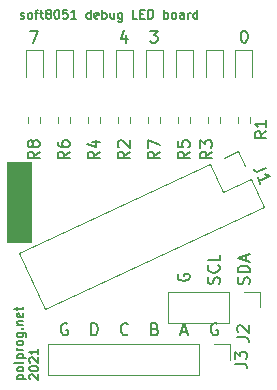
<source format=gbr>
%TF.GenerationSoftware,KiCad,Pcbnew,5.1.9+dfsg1-1*%
%TF.CreationDate,2022-01-13T23:22:55+01:00*%
%TF.ProjectId,8051_leds,38303531-5f6c-4656-9473-2e6b69636164,rev?*%
%TF.SameCoordinates,Original*%
%TF.FileFunction,Legend,Top*%
%TF.FilePolarity,Positive*%
%FSLAX46Y46*%
G04 Gerber Fmt 4.6, Leading zero omitted, Abs format (unit mm)*
G04 Created by KiCad (PCBNEW 5.1.9+dfsg1-1) date 2022-01-13 23:22:55*
%MOMM*%
%LPD*%
G01*
G04 APERTURE LIST*
%ADD10C,0.100000*%
%ADD11C,0.150000*%
%ADD12C,0.187500*%
%ADD13C,0.120000*%
G04 APERTURE END LIST*
D10*
G36*
X121000000Y-108750000D02*
G01*
X119000000Y-108750000D01*
X119000000Y-102000000D01*
X121000000Y-102000000D01*
X121000000Y-108750000D01*
G37*
X121000000Y-108750000D02*
X119000000Y-108750000D01*
X119000000Y-102000000D01*
X121000000Y-102000000D01*
X121000000Y-108750000D01*
D11*
X119851785Y-120373928D02*
X120601785Y-120373928D01*
X119887500Y-120373928D02*
X119851785Y-120302500D01*
X119851785Y-120159642D01*
X119887500Y-120088214D01*
X119923214Y-120052500D01*
X119994642Y-120016785D01*
X120208928Y-120016785D01*
X120280357Y-120052500D01*
X120316071Y-120088214D01*
X120351785Y-120159642D01*
X120351785Y-120302500D01*
X120316071Y-120373928D01*
X120351785Y-119588214D02*
X120316071Y-119659642D01*
X120280357Y-119695357D01*
X120208928Y-119731071D01*
X119994642Y-119731071D01*
X119923214Y-119695357D01*
X119887500Y-119659642D01*
X119851785Y-119588214D01*
X119851785Y-119481071D01*
X119887500Y-119409642D01*
X119923214Y-119373928D01*
X119994642Y-119338214D01*
X120208928Y-119338214D01*
X120280357Y-119373928D01*
X120316071Y-119409642D01*
X120351785Y-119481071D01*
X120351785Y-119588214D01*
X120351785Y-118909642D02*
X120316071Y-118981071D01*
X120244642Y-119016785D01*
X119601785Y-119016785D01*
X119851785Y-118623928D02*
X120601785Y-118623928D01*
X119887500Y-118623928D02*
X119851785Y-118552500D01*
X119851785Y-118409642D01*
X119887500Y-118338214D01*
X119923214Y-118302500D01*
X119994642Y-118266785D01*
X120208928Y-118266785D01*
X120280357Y-118302500D01*
X120316071Y-118338214D01*
X120351785Y-118409642D01*
X120351785Y-118552500D01*
X120316071Y-118623928D01*
X120351785Y-117945357D02*
X119851785Y-117945357D01*
X119994642Y-117945357D02*
X119923214Y-117909642D01*
X119887500Y-117873928D01*
X119851785Y-117802500D01*
X119851785Y-117731071D01*
X120351785Y-117373928D02*
X120316071Y-117445357D01*
X120280357Y-117481071D01*
X120208928Y-117516785D01*
X119994642Y-117516785D01*
X119923214Y-117481071D01*
X119887500Y-117445357D01*
X119851785Y-117373928D01*
X119851785Y-117266785D01*
X119887500Y-117195357D01*
X119923214Y-117159642D01*
X119994642Y-117123928D01*
X120208928Y-117123928D01*
X120280357Y-117159642D01*
X120316071Y-117195357D01*
X120351785Y-117266785D01*
X120351785Y-117373928D01*
X119851785Y-116481071D02*
X120458928Y-116481071D01*
X120530357Y-116516785D01*
X120566071Y-116552500D01*
X120601785Y-116623928D01*
X120601785Y-116731071D01*
X120566071Y-116802500D01*
X120316071Y-116481071D02*
X120351785Y-116552500D01*
X120351785Y-116695357D01*
X120316071Y-116766785D01*
X120280357Y-116802500D01*
X120208928Y-116838214D01*
X119994642Y-116838214D01*
X119923214Y-116802500D01*
X119887500Y-116766785D01*
X119851785Y-116695357D01*
X119851785Y-116552500D01*
X119887500Y-116481071D01*
X120280357Y-116123928D02*
X120316071Y-116088214D01*
X120351785Y-116123928D01*
X120316071Y-116159642D01*
X120280357Y-116123928D01*
X120351785Y-116123928D01*
X119851785Y-115766785D02*
X120351785Y-115766785D01*
X119923214Y-115766785D02*
X119887500Y-115731071D01*
X119851785Y-115659642D01*
X119851785Y-115552500D01*
X119887500Y-115481071D01*
X119958928Y-115445357D01*
X120351785Y-115445357D01*
X120316071Y-114802500D02*
X120351785Y-114873928D01*
X120351785Y-115016785D01*
X120316071Y-115088214D01*
X120244642Y-115123928D01*
X119958928Y-115123928D01*
X119887500Y-115088214D01*
X119851785Y-115016785D01*
X119851785Y-114873928D01*
X119887500Y-114802500D01*
X119958928Y-114766785D01*
X120030357Y-114766785D01*
X120101785Y-115123928D01*
X119851785Y-114552500D02*
X119851785Y-114266785D01*
X119601785Y-114445357D02*
X120244642Y-114445357D01*
X120316071Y-114409642D01*
X120351785Y-114338214D01*
X120351785Y-114266785D01*
X120948214Y-120409642D02*
X120912500Y-120373928D01*
X120876785Y-120302500D01*
X120876785Y-120123928D01*
X120912500Y-120052500D01*
X120948214Y-120016785D01*
X121019642Y-119981071D01*
X121091071Y-119981071D01*
X121198214Y-120016785D01*
X121626785Y-120445357D01*
X121626785Y-119981071D01*
X120876785Y-119516785D02*
X120876785Y-119445357D01*
X120912500Y-119373928D01*
X120948214Y-119338214D01*
X121019642Y-119302500D01*
X121162500Y-119266785D01*
X121341071Y-119266785D01*
X121483928Y-119302500D01*
X121555357Y-119338214D01*
X121591071Y-119373928D01*
X121626785Y-119445357D01*
X121626785Y-119516785D01*
X121591071Y-119588214D01*
X121555357Y-119623928D01*
X121483928Y-119659642D01*
X121341071Y-119695357D01*
X121162500Y-119695357D01*
X121019642Y-119659642D01*
X120948214Y-119623928D01*
X120912500Y-119588214D01*
X120876785Y-119516785D01*
X120948214Y-118981071D02*
X120912500Y-118945357D01*
X120876785Y-118873928D01*
X120876785Y-118695357D01*
X120912500Y-118623928D01*
X120948214Y-118588214D01*
X121019642Y-118552500D01*
X121091071Y-118552500D01*
X121198214Y-118588214D01*
X121626785Y-119016785D01*
X121626785Y-118552500D01*
X121626785Y-117838214D02*
X121626785Y-118266785D01*
X121626785Y-118052500D02*
X120876785Y-118052500D01*
X120983928Y-118123928D01*
X121055357Y-118195357D01*
X121091071Y-118266785D01*
D12*
X120135000Y-89838571D02*
X120206428Y-89874285D01*
X120349285Y-89874285D01*
X120420714Y-89838571D01*
X120456428Y-89767142D01*
X120456428Y-89731428D01*
X120420714Y-89660000D01*
X120349285Y-89624285D01*
X120242142Y-89624285D01*
X120170714Y-89588571D01*
X120135000Y-89517142D01*
X120135000Y-89481428D01*
X120170714Y-89410000D01*
X120242142Y-89374285D01*
X120349285Y-89374285D01*
X120420714Y-89410000D01*
X120885000Y-89874285D02*
X120813571Y-89838571D01*
X120777857Y-89802857D01*
X120742142Y-89731428D01*
X120742142Y-89517142D01*
X120777857Y-89445714D01*
X120813571Y-89410000D01*
X120885000Y-89374285D01*
X120992142Y-89374285D01*
X121063571Y-89410000D01*
X121099285Y-89445714D01*
X121135000Y-89517142D01*
X121135000Y-89731428D01*
X121099285Y-89802857D01*
X121063571Y-89838571D01*
X120992142Y-89874285D01*
X120885000Y-89874285D01*
X121349285Y-89374285D02*
X121635000Y-89374285D01*
X121456428Y-89874285D02*
X121456428Y-89231428D01*
X121492142Y-89160000D01*
X121563571Y-89124285D01*
X121635000Y-89124285D01*
X121777857Y-89374285D02*
X122063571Y-89374285D01*
X121885000Y-89124285D02*
X121885000Y-89767142D01*
X121920714Y-89838571D01*
X121992142Y-89874285D01*
X122063571Y-89874285D01*
X122420714Y-89445714D02*
X122349285Y-89410000D01*
X122313571Y-89374285D01*
X122277857Y-89302857D01*
X122277857Y-89267142D01*
X122313571Y-89195714D01*
X122349285Y-89160000D01*
X122420714Y-89124285D01*
X122563571Y-89124285D01*
X122635000Y-89160000D01*
X122670714Y-89195714D01*
X122706428Y-89267142D01*
X122706428Y-89302857D01*
X122670714Y-89374285D01*
X122635000Y-89410000D01*
X122563571Y-89445714D01*
X122420714Y-89445714D01*
X122349285Y-89481428D01*
X122313571Y-89517142D01*
X122277857Y-89588571D01*
X122277857Y-89731428D01*
X122313571Y-89802857D01*
X122349285Y-89838571D01*
X122420714Y-89874285D01*
X122563571Y-89874285D01*
X122635000Y-89838571D01*
X122670714Y-89802857D01*
X122706428Y-89731428D01*
X122706428Y-89588571D01*
X122670714Y-89517142D01*
X122635000Y-89481428D01*
X122563571Y-89445714D01*
X123170714Y-89124285D02*
X123242142Y-89124285D01*
X123313571Y-89160000D01*
X123349285Y-89195714D01*
X123385000Y-89267142D01*
X123420714Y-89410000D01*
X123420714Y-89588571D01*
X123385000Y-89731428D01*
X123349285Y-89802857D01*
X123313571Y-89838571D01*
X123242142Y-89874285D01*
X123170714Y-89874285D01*
X123099285Y-89838571D01*
X123063571Y-89802857D01*
X123027857Y-89731428D01*
X122992142Y-89588571D01*
X122992142Y-89410000D01*
X123027857Y-89267142D01*
X123063571Y-89195714D01*
X123099285Y-89160000D01*
X123170714Y-89124285D01*
X124099285Y-89124285D02*
X123742142Y-89124285D01*
X123706428Y-89481428D01*
X123742142Y-89445714D01*
X123813571Y-89410000D01*
X123992142Y-89410000D01*
X124063571Y-89445714D01*
X124099285Y-89481428D01*
X124135000Y-89552857D01*
X124135000Y-89731428D01*
X124099285Y-89802857D01*
X124063571Y-89838571D01*
X123992142Y-89874285D01*
X123813571Y-89874285D01*
X123742142Y-89838571D01*
X123706428Y-89802857D01*
X124849285Y-89874285D02*
X124420714Y-89874285D01*
X124635000Y-89874285D02*
X124635000Y-89124285D01*
X124563571Y-89231428D01*
X124492142Y-89302857D01*
X124420714Y-89338571D01*
X126063571Y-89874285D02*
X126063571Y-89124285D01*
X126063571Y-89838571D02*
X125992142Y-89874285D01*
X125849285Y-89874285D01*
X125777857Y-89838571D01*
X125742142Y-89802857D01*
X125706428Y-89731428D01*
X125706428Y-89517142D01*
X125742142Y-89445714D01*
X125777857Y-89410000D01*
X125849285Y-89374285D01*
X125992142Y-89374285D01*
X126063571Y-89410000D01*
X126706428Y-89838571D02*
X126635000Y-89874285D01*
X126492142Y-89874285D01*
X126420714Y-89838571D01*
X126385000Y-89767142D01*
X126385000Y-89481428D01*
X126420714Y-89410000D01*
X126492142Y-89374285D01*
X126635000Y-89374285D01*
X126706428Y-89410000D01*
X126742142Y-89481428D01*
X126742142Y-89552857D01*
X126385000Y-89624285D01*
X127063571Y-89874285D02*
X127063571Y-89124285D01*
X127063571Y-89410000D02*
X127135000Y-89374285D01*
X127277857Y-89374285D01*
X127349285Y-89410000D01*
X127385000Y-89445714D01*
X127420714Y-89517142D01*
X127420714Y-89731428D01*
X127385000Y-89802857D01*
X127349285Y-89838571D01*
X127277857Y-89874285D01*
X127135000Y-89874285D01*
X127063571Y-89838571D01*
X128063571Y-89374285D02*
X128063571Y-89874285D01*
X127742142Y-89374285D02*
X127742142Y-89767142D01*
X127777857Y-89838571D01*
X127849285Y-89874285D01*
X127956428Y-89874285D01*
X128027857Y-89838571D01*
X128063571Y-89802857D01*
X128742142Y-89374285D02*
X128742142Y-89981428D01*
X128706428Y-90052857D01*
X128670714Y-90088571D01*
X128599285Y-90124285D01*
X128492142Y-90124285D01*
X128420714Y-90088571D01*
X128742142Y-89838571D02*
X128670714Y-89874285D01*
X128527857Y-89874285D01*
X128456428Y-89838571D01*
X128420714Y-89802857D01*
X128385000Y-89731428D01*
X128385000Y-89517142D01*
X128420714Y-89445714D01*
X128456428Y-89410000D01*
X128527857Y-89374285D01*
X128670714Y-89374285D01*
X128742142Y-89410000D01*
X130027857Y-89874285D02*
X129670714Y-89874285D01*
X129670714Y-89124285D01*
X130277857Y-89481428D02*
X130527857Y-89481428D01*
X130634999Y-89874285D02*
X130277857Y-89874285D01*
X130277857Y-89124285D01*
X130634999Y-89124285D01*
X130956428Y-89874285D02*
X130956428Y-89124285D01*
X131134999Y-89124285D01*
X131242142Y-89160000D01*
X131313571Y-89231428D01*
X131349285Y-89302857D01*
X131384999Y-89445714D01*
X131384999Y-89552857D01*
X131349285Y-89695714D01*
X131313571Y-89767142D01*
X131242142Y-89838571D01*
X131134999Y-89874285D01*
X130956428Y-89874285D01*
X132277857Y-89874285D02*
X132277857Y-89124285D01*
X132277857Y-89410000D02*
X132349285Y-89374285D01*
X132492142Y-89374285D01*
X132563571Y-89410000D01*
X132599285Y-89445714D01*
X132634999Y-89517142D01*
X132634999Y-89731428D01*
X132599285Y-89802857D01*
X132563571Y-89838571D01*
X132492142Y-89874285D01*
X132349285Y-89874285D01*
X132277857Y-89838571D01*
X133063571Y-89874285D02*
X132992142Y-89838571D01*
X132956428Y-89802857D01*
X132920714Y-89731428D01*
X132920714Y-89517142D01*
X132956428Y-89445714D01*
X132992142Y-89410000D01*
X133063571Y-89374285D01*
X133170714Y-89374285D01*
X133242142Y-89410000D01*
X133277857Y-89445714D01*
X133313571Y-89517142D01*
X133313571Y-89731428D01*
X133277857Y-89802857D01*
X133242142Y-89838571D01*
X133170714Y-89874285D01*
X133063571Y-89874285D01*
X133956428Y-89874285D02*
X133956428Y-89481428D01*
X133920714Y-89410000D01*
X133849285Y-89374285D01*
X133706428Y-89374285D01*
X133635000Y-89410000D01*
X133956428Y-89838571D02*
X133885000Y-89874285D01*
X133706428Y-89874285D01*
X133635000Y-89838571D01*
X133599285Y-89767142D01*
X133599285Y-89695714D01*
X133635000Y-89624285D01*
X133706428Y-89588571D01*
X133885000Y-89588571D01*
X133956428Y-89552857D01*
X134313571Y-89874285D02*
X134313571Y-89374285D01*
X134313571Y-89517142D02*
X134349285Y-89445714D01*
X134385000Y-89410000D01*
X134456428Y-89374285D01*
X134527857Y-89374285D01*
X135099285Y-89874285D02*
X135099285Y-89124285D01*
X135099285Y-89838571D02*
X135027857Y-89874285D01*
X134885000Y-89874285D01*
X134813571Y-89838571D01*
X134777857Y-89802857D01*
X134742142Y-89731428D01*
X134742142Y-89517142D01*
X134777857Y-89445714D01*
X134813571Y-89410000D01*
X134885000Y-89374285D01*
X135027857Y-89374285D01*
X135099285Y-89410000D01*
D11*
X136786904Y-115705000D02*
X136691666Y-115657380D01*
X136548809Y-115657380D01*
X136405952Y-115705000D01*
X136310714Y-115800238D01*
X136263095Y-115895476D01*
X136215476Y-116085952D01*
X136215476Y-116228809D01*
X136263095Y-116419285D01*
X136310714Y-116514523D01*
X136405952Y-116609761D01*
X136548809Y-116657380D01*
X136644047Y-116657380D01*
X136786904Y-116609761D01*
X136834523Y-116562142D01*
X136834523Y-116228809D01*
X136644047Y-116228809D01*
X133746904Y-116371666D02*
X134223095Y-116371666D01*
X133651666Y-116657380D02*
X133985000Y-115657380D01*
X134318333Y-116657380D01*
X131516428Y-116133571D02*
X131659285Y-116181190D01*
X131706904Y-116228809D01*
X131754523Y-116324047D01*
X131754523Y-116466904D01*
X131706904Y-116562142D01*
X131659285Y-116609761D01*
X131564047Y-116657380D01*
X131183095Y-116657380D01*
X131183095Y-115657380D01*
X131516428Y-115657380D01*
X131611666Y-115705000D01*
X131659285Y-115752619D01*
X131706904Y-115847857D01*
X131706904Y-115943095D01*
X131659285Y-116038333D01*
X131611666Y-116085952D01*
X131516428Y-116133571D01*
X131183095Y-116133571D01*
X129214523Y-116562142D02*
X129166904Y-116609761D01*
X129024047Y-116657380D01*
X128928809Y-116657380D01*
X128785952Y-116609761D01*
X128690714Y-116514523D01*
X128643095Y-116419285D01*
X128595476Y-116228809D01*
X128595476Y-116085952D01*
X128643095Y-115895476D01*
X128690714Y-115800238D01*
X128785952Y-115705000D01*
X128928809Y-115657380D01*
X129024047Y-115657380D01*
X129166904Y-115705000D01*
X129214523Y-115752619D01*
X126103095Y-116657380D02*
X126103095Y-115657380D01*
X126341190Y-115657380D01*
X126484047Y-115705000D01*
X126579285Y-115800238D01*
X126626904Y-115895476D01*
X126674523Y-116085952D01*
X126674523Y-116228809D01*
X126626904Y-116419285D01*
X126579285Y-116514523D01*
X126484047Y-116609761D01*
X126341190Y-116657380D01*
X126103095Y-116657380D01*
X124086904Y-115705000D02*
X123991666Y-115657380D01*
X123848809Y-115657380D01*
X123705952Y-115705000D01*
X123610714Y-115800238D01*
X123563095Y-115895476D01*
X123515476Y-116085952D01*
X123515476Y-116228809D01*
X123563095Y-116419285D01*
X123610714Y-116514523D01*
X123705952Y-116609761D01*
X123848809Y-116657380D01*
X123944047Y-116657380D01*
X124086904Y-116609761D01*
X124134523Y-116562142D01*
X124134523Y-116228809D01*
X123944047Y-116228809D01*
X133485000Y-111498095D02*
X133437380Y-111593333D01*
X133437380Y-111736190D01*
X133485000Y-111879047D01*
X133580238Y-111974285D01*
X133675476Y-112021904D01*
X133865952Y-112069523D01*
X134008809Y-112069523D01*
X134199285Y-112021904D01*
X134294523Y-111974285D01*
X134389761Y-111879047D01*
X134437380Y-111736190D01*
X134437380Y-111640952D01*
X134389761Y-111498095D01*
X134342142Y-111450476D01*
X134008809Y-111450476D01*
X134008809Y-111640952D01*
X139469761Y-112339285D02*
X139517380Y-112196428D01*
X139517380Y-111958333D01*
X139469761Y-111863095D01*
X139422142Y-111815476D01*
X139326904Y-111767857D01*
X139231666Y-111767857D01*
X139136428Y-111815476D01*
X139088809Y-111863095D01*
X139041190Y-111958333D01*
X138993571Y-112148809D01*
X138945952Y-112244047D01*
X138898333Y-112291666D01*
X138803095Y-112339285D01*
X138707857Y-112339285D01*
X138612619Y-112291666D01*
X138565000Y-112244047D01*
X138517380Y-112148809D01*
X138517380Y-111910714D01*
X138565000Y-111767857D01*
X139517380Y-111339285D02*
X138517380Y-111339285D01*
X138517380Y-111101190D01*
X138565000Y-110958333D01*
X138660238Y-110863095D01*
X138755476Y-110815476D01*
X138945952Y-110767857D01*
X139088809Y-110767857D01*
X139279285Y-110815476D01*
X139374523Y-110863095D01*
X139469761Y-110958333D01*
X139517380Y-111101190D01*
X139517380Y-111339285D01*
X139231666Y-110386904D02*
X139231666Y-109910714D01*
X139517380Y-110482142D02*
X138517380Y-110148809D01*
X139517380Y-109815476D01*
X136929761Y-112315476D02*
X136977380Y-112172619D01*
X136977380Y-111934523D01*
X136929761Y-111839285D01*
X136882142Y-111791666D01*
X136786904Y-111744047D01*
X136691666Y-111744047D01*
X136596428Y-111791666D01*
X136548809Y-111839285D01*
X136501190Y-111934523D01*
X136453571Y-112125000D01*
X136405952Y-112220238D01*
X136358333Y-112267857D01*
X136263095Y-112315476D01*
X136167857Y-112315476D01*
X136072619Y-112267857D01*
X136025000Y-112220238D01*
X135977380Y-112125000D01*
X135977380Y-111886904D01*
X136025000Y-111744047D01*
X136882142Y-110744047D02*
X136929761Y-110791666D01*
X136977380Y-110934523D01*
X136977380Y-111029761D01*
X136929761Y-111172619D01*
X136834523Y-111267857D01*
X136739285Y-111315476D01*
X136548809Y-111363095D01*
X136405952Y-111363095D01*
X136215476Y-111315476D01*
X136120238Y-111267857D01*
X136025000Y-111172619D01*
X135977380Y-111029761D01*
X135977380Y-110934523D01*
X136025000Y-110791666D01*
X136072619Y-110744047D01*
X136977380Y-109839285D02*
X136977380Y-110315476D01*
X135977380Y-110315476D01*
X131111666Y-90892380D02*
X131730714Y-90892380D01*
X131397380Y-91273333D01*
X131540238Y-91273333D01*
X131635476Y-91320952D01*
X131683095Y-91368571D01*
X131730714Y-91463809D01*
X131730714Y-91701904D01*
X131683095Y-91797142D01*
X131635476Y-91844761D01*
X131540238Y-91892380D01*
X131254523Y-91892380D01*
X131159285Y-91844761D01*
X131111666Y-91797142D01*
X129095476Y-91225714D02*
X129095476Y-91892380D01*
X128857380Y-90844761D02*
X128619285Y-91559047D01*
X129238333Y-91559047D01*
X120951666Y-90892380D02*
X121618333Y-90892380D01*
X121189761Y-91892380D01*
X139017380Y-90892380D02*
X139112619Y-90892380D01*
X139207857Y-90940000D01*
X139255476Y-90987619D01*
X139303095Y-91082857D01*
X139350714Y-91273333D01*
X139350714Y-91511428D01*
X139303095Y-91701904D01*
X139255476Y-91797142D01*
X139207857Y-91844761D01*
X139112619Y-91892380D01*
X139017380Y-91892380D01*
X138922142Y-91844761D01*
X138874523Y-91797142D01*
X138826904Y-91701904D01*
X138779285Y-91511428D01*
X138779285Y-91273333D01*
X138826904Y-91082857D01*
X138874523Y-90987619D01*
X138922142Y-90940000D01*
X139017380Y-90892380D01*
D13*
%TO.C,J1*%
X120040376Y-109740846D02*
X122237991Y-114453646D01*
X136208907Y-102201336D02*
X120040376Y-109740846D01*
X140762922Y-105815329D02*
X122237991Y-114453646D01*
X136208907Y-102201336D02*
X137307714Y-104557736D01*
X137307714Y-104557736D02*
X139664115Y-103458929D01*
X139664115Y-103458929D02*
X140762922Y-105815329D01*
X137359918Y-101664611D02*
X138565307Y-101102528D01*
X138565307Y-101102528D02*
X139127389Y-102307918D01*
%TO.C,D1*%
X138250000Y-92495000D02*
X138250000Y-94780000D01*
X139720000Y-92495000D02*
X138250000Y-92495000D01*
X139720000Y-94780000D02*
X139720000Y-92495000D01*
%TO.C,D2*%
X129640000Y-94780000D02*
X129640000Y-92495000D01*
X129640000Y-92495000D02*
X128170000Y-92495000D01*
X128170000Y-92495000D02*
X128170000Y-94780000D01*
%TO.C,D3*%
X137260000Y-94780000D02*
X137260000Y-92495000D01*
X137260000Y-92495000D02*
X135790000Y-92495000D01*
X135790000Y-92495000D02*
X135790000Y-94780000D01*
%TO.C,D4*%
X125630000Y-92495000D02*
X125630000Y-94780000D01*
X127100000Y-92495000D02*
X125630000Y-92495000D01*
X127100000Y-94780000D02*
X127100000Y-92495000D01*
%TO.C,D5*%
X134720000Y-94780000D02*
X134720000Y-92495000D01*
X134720000Y-92495000D02*
X133250000Y-92495000D01*
X133250000Y-92495000D02*
X133250000Y-94780000D01*
%TO.C,D6*%
X123090000Y-92495000D02*
X123090000Y-94780000D01*
X124560000Y-92495000D02*
X123090000Y-92495000D01*
X124560000Y-94780000D02*
X124560000Y-92495000D01*
%TO.C,D7*%
X130710000Y-92495000D02*
X130710000Y-94780000D01*
X132180000Y-92495000D02*
X130710000Y-92495000D01*
X132180000Y-94780000D02*
X132180000Y-92495000D01*
%TO.C,D8*%
X122020000Y-94780000D02*
X122020000Y-92495000D01*
X122020000Y-92495000D02*
X120550000Y-92495000D01*
X120550000Y-92495000D02*
X120550000Y-94780000D01*
%TO.C,R1*%
X139587500Y-98662258D02*
X139587500Y-98187742D01*
X138542500Y-98662258D02*
X138542500Y-98187742D01*
%TO.C,R2*%
X128382500Y-98662258D02*
X128382500Y-98187742D01*
X129427500Y-98662258D02*
X129427500Y-98187742D01*
%TO.C,R3*%
X136002500Y-98662258D02*
X136002500Y-98187742D01*
X137047500Y-98662258D02*
X137047500Y-98187742D01*
%TO.C,R4*%
X126887500Y-98662258D02*
X126887500Y-98187742D01*
X125842500Y-98662258D02*
X125842500Y-98187742D01*
%TO.C,R5*%
X134507500Y-98662258D02*
X134507500Y-98187742D01*
X133462500Y-98662258D02*
X133462500Y-98187742D01*
%TO.C,R6*%
X123302500Y-98662258D02*
X123302500Y-98187742D01*
X124347500Y-98662258D02*
X124347500Y-98187742D01*
%TO.C,R7*%
X130922500Y-98662258D02*
X130922500Y-98187742D01*
X131967500Y-98662258D02*
X131967500Y-98187742D01*
%TO.C,R8*%
X121807500Y-98662258D02*
X121807500Y-98187742D01*
X120762500Y-98662258D02*
X120762500Y-98187742D01*
%TO.C,J2*%
X132655000Y-112970000D02*
X132655000Y-115630000D01*
X137795000Y-112970000D02*
X132655000Y-112970000D01*
X137795000Y-115630000D02*
X132655000Y-115630000D01*
X137795000Y-112970000D02*
X137795000Y-115630000D01*
X139065000Y-112970000D02*
X140395000Y-112970000D01*
X140395000Y-112970000D02*
X140395000Y-114300000D01*
%TO.C,J3*%
X122495000Y-117415000D02*
X122495000Y-120075000D01*
X135255000Y-117415000D02*
X122495000Y-117415000D01*
X135255000Y-120075000D02*
X122495000Y-120075000D01*
X135255000Y-117415000D02*
X135255000Y-120075000D01*
X136525000Y-117415000D02*
X137855000Y-117415000D01*
X137855000Y-117415000D02*
X137855000Y-118745000D01*
%TO.C,J1*%
D11*
X140925860Y-102502773D02*
X140278497Y-102804643D01*
X140128900Y-102821860D01*
X140002336Y-102775794D01*
X139898804Y-102666446D01*
X139858555Y-102580131D01*
X140442171Y-103831699D02*
X140200674Y-103313809D01*
X140321423Y-103572754D02*
X141227730Y-103150136D01*
X141058008Y-103124195D01*
X140931444Y-103078129D01*
X140848037Y-103011939D01*
%TO.C,R1*%
X140952380Y-99416666D02*
X140476190Y-99750000D01*
X140952380Y-99988095D02*
X139952380Y-99988095D01*
X139952380Y-99607142D01*
X140000000Y-99511904D01*
X140047619Y-99464285D01*
X140142857Y-99416666D01*
X140285714Y-99416666D01*
X140380952Y-99464285D01*
X140428571Y-99511904D01*
X140476190Y-99607142D01*
X140476190Y-99988095D01*
X140952380Y-98464285D02*
X140952380Y-99035714D01*
X140952380Y-98750000D02*
X139952380Y-98750000D01*
X140095238Y-98845238D01*
X140190476Y-98940476D01*
X140238095Y-99035714D01*
%TO.C,R2*%
X129357380Y-101131666D02*
X128881190Y-101465000D01*
X129357380Y-101703095D02*
X128357380Y-101703095D01*
X128357380Y-101322142D01*
X128405000Y-101226904D01*
X128452619Y-101179285D01*
X128547857Y-101131666D01*
X128690714Y-101131666D01*
X128785952Y-101179285D01*
X128833571Y-101226904D01*
X128881190Y-101322142D01*
X128881190Y-101703095D01*
X128452619Y-100750714D02*
X128405000Y-100703095D01*
X128357380Y-100607857D01*
X128357380Y-100369761D01*
X128405000Y-100274523D01*
X128452619Y-100226904D01*
X128547857Y-100179285D01*
X128643095Y-100179285D01*
X128785952Y-100226904D01*
X129357380Y-100798333D01*
X129357380Y-100179285D01*
%TO.C,R3*%
X136342380Y-101131666D02*
X135866190Y-101465000D01*
X136342380Y-101703095D02*
X135342380Y-101703095D01*
X135342380Y-101322142D01*
X135390000Y-101226904D01*
X135437619Y-101179285D01*
X135532857Y-101131666D01*
X135675714Y-101131666D01*
X135770952Y-101179285D01*
X135818571Y-101226904D01*
X135866190Y-101322142D01*
X135866190Y-101703095D01*
X135342380Y-100798333D02*
X135342380Y-100179285D01*
X135723333Y-100512619D01*
X135723333Y-100369761D01*
X135770952Y-100274523D01*
X135818571Y-100226904D01*
X135913809Y-100179285D01*
X136151904Y-100179285D01*
X136247142Y-100226904D01*
X136294761Y-100274523D01*
X136342380Y-100369761D01*
X136342380Y-100655476D01*
X136294761Y-100750714D01*
X136247142Y-100798333D01*
%TO.C,R4*%
X126817380Y-101131666D02*
X126341190Y-101465000D01*
X126817380Y-101703095D02*
X125817380Y-101703095D01*
X125817380Y-101322142D01*
X125865000Y-101226904D01*
X125912619Y-101179285D01*
X126007857Y-101131666D01*
X126150714Y-101131666D01*
X126245952Y-101179285D01*
X126293571Y-101226904D01*
X126341190Y-101322142D01*
X126341190Y-101703095D01*
X126150714Y-100274523D02*
X126817380Y-100274523D01*
X125769761Y-100512619D02*
X126484047Y-100750714D01*
X126484047Y-100131666D01*
%TO.C,R5*%
X134437380Y-101131666D02*
X133961190Y-101465000D01*
X134437380Y-101703095D02*
X133437380Y-101703095D01*
X133437380Y-101322142D01*
X133485000Y-101226904D01*
X133532619Y-101179285D01*
X133627857Y-101131666D01*
X133770714Y-101131666D01*
X133865952Y-101179285D01*
X133913571Y-101226904D01*
X133961190Y-101322142D01*
X133961190Y-101703095D01*
X133437380Y-100226904D02*
X133437380Y-100703095D01*
X133913571Y-100750714D01*
X133865952Y-100703095D01*
X133818333Y-100607857D01*
X133818333Y-100369761D01*
X133865952Y-100274523D01*
X133913571Y-100226904D01*
X134008809Y-100179285D01*
X134246904Y-100179285D01*
X134342142Y-100226904D01*
X134389761Y-100274523D01*
X134437380Y-100369761D01*
X134437380Y-100607857D01*
X134389761Y-100703095D01*
X134342142Y-100750714D01*
%TO.C,R6*%
X124277380Y-101131666D02*
X123801190Y-101465000D01*
X124277380Y-101703095D02*
X123277380Y-101703095D01*
X123277380Y-101322142D01*
X123325000Y-101226904D01*
X123372619Y-101179285D01*
X123467857Y-101131666D01*
X123610714Y-101131666D01*
X123705952Y-101179285D01*
X123753571Y-101226904D01*
X123801190Y-101322142D01*
X123801190Y-101703095D01*
X123277380Y-100274523D02*
X123277380Y-100465000D01*
X123325000Y-100560238D01*
X123372619Y-100607857D01*
X123515476Y-100703095D01*
X123705952Y-100750714D01*
X124086904Y-100750714D01*
X124182142Y-100703095D01*
X124229761Y-100655476D01*
X124277380Y-100560238D01*
X124277380Y-100369761D01*
X124229761Y-100274523D01*
X124182142Y-100226904D01*
X124086904Y-100179285D01*
X123848809Y-100179285D01*
X123753571Y-100226904D01*
X123705952Y-100274523D01*
X123658333Y-100369761D01*
X123658333Y-100560238D01*
X123705952Y-100655476D01*
X123753571Y-100703095D01*
X123848809Y-100750714D01*
%TO.C,R7*%
X131897380Y-101131666D02*
X131421190Y-101465000D01*
X131897380Y-101703095D02*
X130897380Y-101703095D01*
X130897380Y-101322142D01*
X130945000Y-101226904D01*
X130992619Y-101179285D01*
X131087857Y-101131666D01*
X131230714Y-101131666D01*
X131325952Y-101179285D01*
X131373571Y-101226904D01*
X131421190Y-101322142D01*
X131421190Y-101703095D01*
X130897380Y-100798333D02*
X130897380Y-100131666D01*
X131897380Y-100560238D01*
%TO.C,R8*%
X121737380Y-101131666D02*
X121261190Y-101465000D01*
X121737380Y-101703095D02*
X120737380Y-101703095D01*
X120737380Y-101322142D01*
X120785000Y-101226904D01*
X120832619Y-101179285D01*
X120927857Y-101131666D01*
X121070714Y-101131666D01*
X121165952Y-101179285D01*
X121213571Y-101226904D01*
X121261190Y-101322142D01*
X121261190Y-101703095D01*
X121165952Y-100560238D02*
X121118333Y-100655476D01*
X121070714Y-100703095D01*
X120975476Y-100750714D01*
X120927857Y-100750714D01*
X120832619Y-100703095D01*
X120785000Y-100655476D01*
X120737380Y-100560238D01*
X120737380Y-100369761D01*
X120785000Y-100274523D01*
X120832619Y-100226904D01*
X120927857Y-100179285D01*
X120975476Y-100179285D01*
X121070714Y-100226904D01*
X121118333Y-100274523D01*
X121165952Y-100369761D01*
X121165952Y-100560238D01*
X121213571Y-100655476D01*
X121261190Y-100703095D01*
X121356428Y-100750714D01*
X121546904Y-100750714D01*
X121642142Y-100703095D01*
X121689761Y-100655476D01*
X121737380Y-100560238D01*
X121737380Y-100369761D01*
X121689761Y-100274523D01*
X121642142Y-100226904D01*
X121546904Y-100179285D01*
X121356428Y-100179285D01*
X121261190Y-100226904D01*
X121213571Y-100274523D01*
X121165952Y-100369761D01*
%TO.C,J2*%
X138452380Y-116833333D02*
X139166666Y-116833333D01*
X139309523Y-116880952D01*
X139404761Y-116976190D01*
X139452380Y-117119047D01*
X139452380Y-117214285D01*
X138547619Y-116404761D02*
X138500000Y-116357142D01*
X138452380Y-116261904D01*
X138452380Y-116023809D01*
X138500000Y-115928571D01*
X138547619Y-115880952D01*
X138642857Y-115833333D01*
X138738095Y-115833333D01*
X138880952Y-115880952D01*
X139452380Y-116452380D01*
X139452380Y-115833333D01*
%TO.C,J3*%
X138307380Y-119078333D02*
X139021666Y-119078333D01*
X139164523Y-119125952D01*
X139259761Y-119221190D01*
X139307380Y-119364047D01*
X139307380Y-119459285D01*
X138307380Y-118697380D02*
X138307380Y-118078333D01*
X138688333Y-118411666D01*
X138688333Y-118268809D01*
X138735952Y-118173571D01*
X138783571Y-118125952D01*
X138878809Y-118078333D01*
X139116904Y-118078333D01*
X139212142Y-118125952D01*
X139259761Y-118173571D01*
X139307380Y-118268809D01*
X139307380Y-118554523D01*
X139259761Y-118649761D01*
X139212142Y-118697380D01*
%TD*%
M02*

</source>
